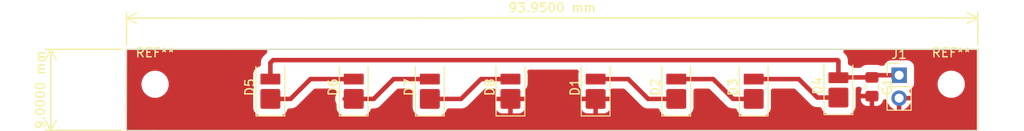
<source format=kicad_pcb>
(kicad_pcb (version 20221018) (generator pcbnew)
  (title_block (title "UV LED") (date "2024-01-16") (comment 1 "Johann Schmid"))
  (layers (0 "F.Cu" signal) (31 "B.Cu" signal) (34 "B.Paste" user) (35 "F.Paste" user) (36 "B.SilkS" user "B.Silkscreen") (37 "F.SilkS" user "F.Silkscreen") (38 "B.Mask" user) (39 "F.Mask" user) (44 "Edge.Cuts" user))
  (net 0 "")
  (net 1 "Net-(D1-A)")
  (net 2 "GND")
  (net 3 "Net-(D2-A)")
  (net 4 "Net-(D3-A)")
  (net 5 "Net-(D4-A)")
  (net 6 "Net-(D5-K)")
  (net 7 "Net-(D6-K)")
  (net 8 "Net-(D7-K)")
  (footprint "uvLED:SMD-2" (layer "F.Cu") (at 175.15 101.95 90)
    (fp_text reference "D4" (at 0 -2.28 90) (layer "F.SilkS"))
    (fp_text value "LED")
    (fp_line (start -3.185 -1.585) (end -3.185 1.585) (stroke (width 0.12)) (layer "F.SilkS"))
    (fp_line (start -3.185 1.585) (end 2.3 1.585) (stroke (width 0.12)) (layer "F.SilkS"))
    (fp_line (start 2.3 -1.6) (end -3.185 -1.585) (stroke (width 0.12)) (layer "F.SilkS"))
    (pad "1" smd roundrect (at -1.3 0 90) (size 2.2 2.2) (layers "F.Cu" "F.Paste" "F.Mask") (roundrect_rratio 0.1) (net 4 "Net-(D3-A)"))
    (pad "2" smd roundrect (at 0.9 0 90) (size 1.2 2.2) (layers "F.Cu" "F.Paste" "F.Mask") (roundrect_rratio 0.1) (net 5 "Net-(D4-A)"))
  )
  (footprint "MountingHole:MountingHole_2.5mm" (layer "F.Cu") (at 187.6 101.775)
    (fp_text reference "REF**" (at 0 -3.5) (layer "F.SilkS"))
    (fp_text value "MountingHole_2.5mm")
    (pad "" np_thru_hole circle (at 0 0) (size 2.5 2.5) (drill 2.5) (layers "*.Cu" "*.Mask"))
  )
  (footprint "uvLED:SMD-2" (layer "F.Cu") (at 165.8 102.1 90)
    (fp_text reference "D3" (at 0 -2.28 90) (layer "F.SilkS"))
    (fp_text value "LED")
    (fp_line (start -3.185 -1.585) (end -3.185 1.585) (stroke (width 0.12)) (layer "F.SilkS"))
    (fp_line (start -3.185 1.585) (end 2.3 1.585) (stroke (width 0.12)) (layer "F.SilkS"))
    (fp_line (start 2.3 -1.6) (end -3.185 -1.585) (stroke (width 0.12)) (layer "F.SilkS"))
    (pad "1" smd roundrect (at -1.3 0 90) (size 2.2 2.2) (layers "F.Cu" "F.Paste" "F.Mask") (roundrect_rratio 0.1) (net 3 "Net-(D2-A)"))
    (pad "2" smd roundrect (at 0.9 0 90) (size 1.2 2.2) (layers "F.Cu" "F.Paste" "F.Mask") (roundrect_rratio 0.1) (net 4 "Net-(D3-A)"))
  )
  (footprint "Capacitor_SMD:C_0805_2012Metric_Pad1.18x1.45mm_HandSolder" (layer "F.Cu") (at 178.85 102.05 -90)
    (fp_text reference "C1" (at 0 -1.68 90) (layer "F.SilkS"))
    (fp_text value "100n")
    (fp_line (start -0.261252 -0.735) (end 0.261252 -0.735) (stroke (width 0.12)) (layer "F.SilkS"))
    (fp_line (start -0.261252 0.735) (end 0.261252 0.735) (stroke (width 0.12)) (layer "F.SilkS"))
    (pad "1" smd roundrect (at -1.0375 0 270) (size 1.175 1.45) (layers "F.Cu" "F.Paste" "F.Mask") (roundrect_rratio 0.212766) (net 5 "Net-(D4-A)"))
    (pad "2" smd roundrect (at 1.0375 0 270) (size 1.175 1.45) (layers "F.Cu" "F.Paste" "F.Mask") (roundrect_rratio 0.212766) (net 2 "GND"))
  )
  (footprint "MountingHole:MountingHole_2.5mm" (layer "F.Cu") (at 99.725 101.775)
    (fp_text reference "REF**" (at 0 -3.5) (layer "F.SilkS"))
    (fp_text value "MountingHole_2.5mm")
    (pad "" np_thru_hole circle (at 0 0) (size 2.5 2.5) (drill 2.5) (layers "*.Cu" "*.Mask"))
  )
  (footprint "uvLED:SMD-2" (layer "F.Cu") (at 130.05 102.1 90)
    (fp_text reference "D7" (at 0 -2.28 90) (layer "F.SilkS"))
    (fp_text value "LED")
    (fp_line (start -3.185 -1.585) (end -3.185 1.585) (stroke (width 0.12)) (layer "F.SilkS"))
    (fp_line (start -3.185 1.585) (end 2.3 1.585) (stroke (width 0.12)) (layer "F.SilkS"))
    (fp_line (start 2.3 -1.6) (end -3.185 -1.585) (stroke (width 0.12)) (layer "F.SilkS"))
    (pad "1" smd roundrect (at -1.3 0 90) (size 2.2 2.2) (layers "F.Cu" "F.Paste" "F.Mask") (roundrect_rratio 0.1) (net 8 "Net-(D7-K)"))
    (pad "2" smd roundrect (at 0.9 0 90) (size 1.2 2.2) (layers "F.Cu" "F.Paste" "F.Mask") (roundrect_rratio 0.1) (net 7 "Net-(D6-K)"))
  )
  (footprint "uvLED:SMD-2" (layer "F.Cu") (at 112.45 102.1 90)
    (fp_text reference "D5" (at 0 -2.28 90) (layer "F.SilkS"))
    (fp_text value "LED")
    (fp_line (start -3.185 -1.585) (end -3.185 1.585) (stroke (width 0.12)) (layer "F.SilkS"))
    (fp_line (start -3.185 1.585) (end 2.3 1.585) (stroke (width 0.12)) (layer "F.SilkS"))
    (fp_line (start 2.3 -1.6) (end -3.185 -1.585) (stroke (width 0.12)) (layer "F.SilkS"))
    (pad "1" smd roundrect (at -1.3 0 90) (size 2.2 2.2) (layers "F.Cu" "F.Paste" "F.Mask") (roundrect_rratio 0.1) (net 6 "Net-(D5-K)"))
    (pad "2" smd roundrect (at 0.9 0 90) (size 1.2 2.2) (layers "F.Cu" "F.Paste" "F.Mask") (roundrect_rratio 0.1) (net 5 "Net-(D4-A)"))
  )
  (footprint "uvLED:SMD-2" (layer "F.Cu") (at 121.65 102.1 90)
    (fp_text reference "D6" (at 0 -2.28 90) (layer "F.SilkS"))
    (fp_text value "LED")
    (fp_line (start -3.185 -1.585) (end -3.185 1.585) (stroke (width 0.12)) (layer "F.SilkS"))
    (fp_line (start -3.185 1.585) (end 2.3 1.585) (stroke (width 0.12)) (layer "F.SilkS"))
    (fp_line (start 2.3 -1.6) (end -3.185 -1.585) (stroke (width 0.12)) (layer "F.SilkS"))
    (pad "1" smd roundrect (at -1.3 0 90) (size 2.2 2.2) (layers "F.Cu" "F.Paste" "F.Mask") (roundrect_rratio 0.1) (net 7 "Net-(D6-K)"))
    (pad "2" smd roundrect (at 0.9 0 90) (size 1.2 2.2) (layers "F.Cu" "F.Paste" "F.Mask") (roundrect_rratio 0.1) (net 6 "Net-(D5-K)"))
  )
  (footprint "uvLED:SMD-2" (layer "F.Cu") (at 157.25 102.1 90)
    (fp_text reference "D2" (at 0 -2.28 90) (layer "F.SilkS"))
    (fp_text value "LED")
    (fp_line (start -3.185 -1.585) (end -3.185 1.585) (stroke (width 0.12)) (layer "F.SilkS"))
    (fp_line (start -3.185 1.585) (end 2.3 1.585) (stroke (width 0.12)) (layer "F.SilkS"))
    (fp_line (start 2.3 -1.6) (end -3.185 -1.585) (stroke (width 0.12)) (layer "F.SilkS"))
    (pad "1" smd roundrect (at -1.3 0 90) (size 2.2 2.2) (layers "F.Cu" "F.Paste" "F.Mask") (roundrect_rratio 0.1) (net 1 "Net-(D1-A)"))
    (pad "2" smd roundrect (at 0.9 0 90) (size 1.2 2.2) (layers "F.Cu" "F.Paste" "F.Mask") (roundrect_rratio 0.1) (net 3 "Net-(D2-A)"))
  )
  (footprint "uvLED:SMD-2" (layer "F.Cu") (at 138.95 102.1 90)
    (fp_text reference "D8" (at 0 -2.28 90) (layer "F.SilkS"))
    (fp_text value "LED")
    (fp_line (start -3.185 -1.585) (end -3.185 1.585) (stroke (width 0.12)) (layer "F.SilkS"))
    (fp_line (start -3.185 1.585) (end 2.3 1.585) (stroke (width 0.12)) (layer "F.SilkS"))
    (fp_line (start 2.3 -1.6) (end -3.185 -1.585) (stroke (width 0.12)) (layer "F.SilkS"))
    (pad "1" smd roundrect (at -1.3 0 90) (size 2.2 2.2) (layers "F.Cu" "F.Paste" "F.Mask") (roundrect_rratio 0.1) (net 2 "GND"))
    (pad "2" smd roundrect (at 0.9 0 90) (size 1.2 2.2) (layers "F.Cu" "F.Paste" "F.Mask") (roundrect_rratio 0.1) (net 8 "Net-(D7-K)"))
  )
  (footprint "uvLED:SMD-2" (layer "F.Cu") (at 148.35 102.1 90)
    (fp_text reference "D1" (at 0 -2.28 90) (layer "F.SilkS"))
    (fp_text value "LED")
    (fp_line (start -3.185 -1.585) (end -3.185 1.585) (stroke (width 0.12)) (layer "F.SilkS"))
    (fp_line (start -3.185 1.585) (end 2.3 1.585) (stroke (width 0.12)) (layer "F.SilkS"))
    (fp_line (start 2.3 -1.6) (end -3.185 -1.585) (stroke (width 0.12)) (layer "F.SilkS"))
    (pad "1" smd roundrect (at -1.3 0 90) (size 2.2 2.2) (layers "F.Cu" "F.Paste" "F.Mask") (roundrect_rratio 0.1) (net 2 "GND"))
    (pad "2" smd roundrect (at 0.9 0 90) (size 1.2 2.2) (layers "F.Cu" "F.Paste" "F.Mask") (roundrect_rratio 0.1) (net 1 "Net-(D1-A)"))
  )
  (footprint "Connector_PinHeader_2.54mm:PinHeader_1x02_P2.54mm_Vertical" (layer "F.Cu") (at 181.85 100.775)
    (fp_text reference "J1" (at 0 -2.33) (layer "F.SilkS"))
    (fp_text value "Conn_01x02")
    (fp_line (start -1.33 -1.33) (end 0 -1.33) (stroke (width 0.12)) (layer "F.SilkS"))
    (fp_line (start -1.33 0) (end -1.33 -1.33) (stroke (width 0.12)) (layer "F.SilkS"))
    (fp_line (start -1.33 1.27) (end -1.33 3.87) (stroke (width 0.12)) (layer "F.SilkS"))
    (fp_line (start -1.33 1.27) (end 1.33 1.27) (stroke (width 0.12)) (layer "F.SilkS"))
    (fp_line (start -1.33 3.87) (end 1.33 3.87) (stroke (width 0.12)) (layer "F.SilkS"))
    (fp_line (start 1.33 1.27) (end 1.33 3.87) (stroke (width 0.12)) (layer "F.SilkS"))
    (pad "1" thru_hole rect (at 0 0) (size 1.7 1.7) (drill 1) (layers "*.Cu" "*.Mask") (net 5 "Net-(D4-A)"))
    (pad "2" thru_hole oval (at 0 2.54) (size 1.7 1.7) (drill 1) (layers "*.Cu" "*.Mask") (net 2 "GND"))
  )
  (gr_line (start 99.5375 97.9) (end 96.5625 97.9) (stroke (width 0.15)) (layer "F.SilkS"))
  (gr_line (start 99.55 106.9) (end 107.55 106.9) (stroke (width 0.15)) (layer "F.SilkS"))
  (gr_line (start 107.55 97.9) (end 178.55 97.9) (stroke (width 0.15)) (layer "F.SilkS"))
  (gr_line (start 190.5 97.9) (end 190.5 106.9) (stroke (width 0.15)) (layer "F.SilkS"))
  (gr_line (start 178.55 97.9) (end 189.5 97.9) (stroke (width 0.15)) (layer "F.SilkS"))
  (gr_line (start 178.55 106.9) (end 107.55 106.9) (stroke (width 0.15)) (layer "F.SilkS"))
  (gr_line (start 190.5 106.9) (end 189.5 106.9) (stroke (width 0.15)) (layer "F.SilkS"))
  (gr_line (start 96.575 97.45) (end 96.575 94.45) (stroke (width 0.15)) (layer "F.SilkS"))
  (gr_line (start 99.55 106.9) (end 96.55 106.9) (stroke (width 0.15)) (layer "F.SilkS"))
  (gr_line (start 96.55 106.9) (end 96.5625 97.9) (stroke (width 0.15)) (layer "F.SilkS"))
  (gr_line (start 190.525 97.425) (end 190.525 94.425) (stroke (width 0.15)) (layer "F.SilkS"))
  (gr_line (start 107.55 97.9) (end 99.55 97.9) (stroke (width 0.15)) (layer "F.SilkS"))
  (gr_line (start 189.5 97.9) (end 190.5 97.9) (stroke (width 0.15)) (layer "F.SilkS"))
  (gr_line (start 178.55 106.9) (end 189.5 106.9) (stroke (width 0.15)) (layer "F.SilkS"))
  (gr_line (start 99.55 106.9) (end 107.9 106.9) (stroke (width 0.1)) (layer "Edge.Cuts"))
  (gr_line (start 96.575 106.9) (end 99.55 106.9) (stroke (width 0.1)) (layer "Edge.Cuts"))
  (gr_line (start 107.55 97.9) (end 178.55 97.9) (stroke (width 0.1)) (layer "Edge.Cuts"))
  (gr_line (start 190.55 97.9) (end 190.55 106.9) (stroke (width 0.1)) (layer "Edge.Cuts"))
  (gr_line (start 99.55 97.9) (end 96.55 97.9) (stroke (width 0.1)) (layer "Edge.Cuts"))
  (gr_line (start 189.5 106.9) (end 178.55 106.9) (stroke (width 0.1)) (layer "Edge.Cuts"))
  (gr_line (start 107.55 97.9) (end 99.55 97.9) (stroke (width 0.1)) (layer "Edge.Cuts"))
  (gr_line (start 96.55 97.9) (end 96.575 106.9) (stroke (width 0.1)) (layer "Edge.Cuts"))
  (gr_line (start 190.55 106.9) (end 189.5 106.9) (stroke (width 0.1)) (layer "Edge.Cuts"))
  (gr_line (start 178.55 106.9) (end 107.55 106.9) (stroke (width 0.1)) (layer "Edge.Cuts"))
  (gr_line (start 189.5 97.9) (end 178.55 97.9) (stroke (width 0.1)) (layer "Edge.Cuts"))
  (gr_line (start 189.5 97.9) (end 190.55 97.9) (stroke (width 0.1)) (layer "Edge.Cuts"))
  (dimension (type aligned) (layer "F.SilkS") (pts (xy 96.5625 97.9) (xy 96.5625 106.9)) (height 8.35) (gr_text "9,0000 mm" (at 87.0625 102.4 90) (layer "F.SilkS") (effects (font (size 1 1) (thickness 0.15)))) (format (prefix "") (suffix "") (units 3) (units_format 1) (precision 4)) (style (thickness 0.15) (arrow_length 1.27) (text_position_mode 0) (extension_height 0.58642) (extension_offset 0.5) keep_text_aligned))
  (dimension (type aligned) (layer "F.SilkS") (pts (xy 96.575 95.95) (xy 190.525 95.925)) (height -1.499999) (gr_text "93,9500 mm" (at 143.549295 93.287501 0.01524634863) (layer "F.SilkS") (effects (font (size 1 1) (thickness 0.15)))) (format (prefix "") (suffix "") (units 3) (units_format 1) (precision 4)) (style (thickness 0.15) (arrow_length 1.27) (text_position_mode 0) (extension_height 0.58642) (extension_offset 0.5) keep_text_aligned))
  (segment (start 157.25 103.4) (end 154.15 103.4) (width 0.5) (layer "F.Cu") (net 1))
  (segment (start 154.15 103.4) (end 151.95 101.2) (width 0.5) (layer "F.Cu") (net 1))
  (segment (start 151.95 101.2) (end 148.35 101.2) (width 0.5) (layer "F.Cu") (net 1))
  (segment (start 166.6 103.4) (end 163.525 103.4) (width 0.5) (layer "F.Cu") (net 3))
  (segment (start 161.325 101.2) (end 157.25 101.2) (width 0.5) (layer "F.Cu") (net 3))
  (segment (start 163.525 103.4) (end 161.325 101.2) (width 0.5) (layer "F.Cu") (net 3))
  (segment (start 175.15 103.25) (end 172.825 103.25) (width 0.5) (layer "F.Cu") (net 4))
  (segment (start 172.825 103.25) (end 170.775 101.2) (width 0.5) (layer "F.Cu") (net 4))
  (segment (start 170.775 101.2) (end 166.6 101.2) (width 0.5) (layer "F.Cu") (net 4))
  (segment (start 175.05 99.1) (end 175.15 99.2) (width 0.5) (layer "F.Cu") (net 5))
  (segment (start 112.45 99.4) (end 112.75 99.1) (width 0.5) (layer "F.Cu") (net 5))
  (segment (start 179.0875 100.775) (end 178.85 101.0125) (width 0.5) (layer "F.Cu") (net 5))
  (segment (start 112.75 99.1) (end 175.05 99.1) (width 0.5) (layer "F.Cu") (net 5))
  (segment (start 178.8125 101.05) (end 178.85 101.0125) (width 0.5) (layer "F.Cu") (net 5))
  (segment (start 175.15 99.2) (end 175.15 101.05) (width 0.5) (layer "F.Cu") (net 5))
  (segment (start 112.45 101.2) (end 112.45 99.4) (width 0.5) (layer "F.Cu") (net 5))
  (segment (start 178.85 101.0125) (end 175.1875 101.0125) (width 0.5) (layer "F.Cu") (net 5))
  (segment (start 175.1875 101.0125) (end 175.15 101.05) (width 0.5) (layer "F.Cu") (net 5))
  (segment (start 181.85 100.775) (end 179.0875 100.775) (width 0.5) (layer "F.Cu") (net 5))
  (segment (start 114.675 103.4) (end 116.875 101.2) (width 0.5) (layer "F.Cu") (net 6))
  (segment (start 112.45 103.4) (end 114.675 103.4) (width 0.5) (layer "F.Cu") (net 6))
  (segment (start 116.875 101.2) (end 120.65 101.2) (width 0.5) (layer "F.Cu") (net 6))
  (segment (start 123.85 103.4) (end 126.05 101.2) (width 0.5) (layer "F.Cu") (net 7))
  (segment (start 120.65 103.4) (end 123.85 103.4) (width 0.5) (layer "F.Cu") (net 7))
  (segment (start 126.05 101.2) (end 130.05 101.2) (width 0.5) (layer "F.Cu") (net 7))
  (segment (start 130.05 103.4) (end 133.5 103.4) (width 0.5) (layer "F.Cu") (net 8))
  (segment (start 133.5 103.4) (end 135.7 101.2) (width 0.5) (layer "F.Cu") (net 8))
  (segment (start 135.7 101.2) (end 139.45 101.2) (width 0.5) (layer "F.Cu") (net 8))
  (zone (net 2) (net_name "GND") (layer "F.Cu") (connect_pads (clearance 0.8)) (min_thickness 0.5) (fill yes (thermal_gap 0.5) (thermal_bridge_width 0.5))
    (polygon (pts (xy 96.55 97.9) (xy 190.55 97.9) (xy 190.55 106.9) (xy 96.55 106.9)))
  )
)
</source>
